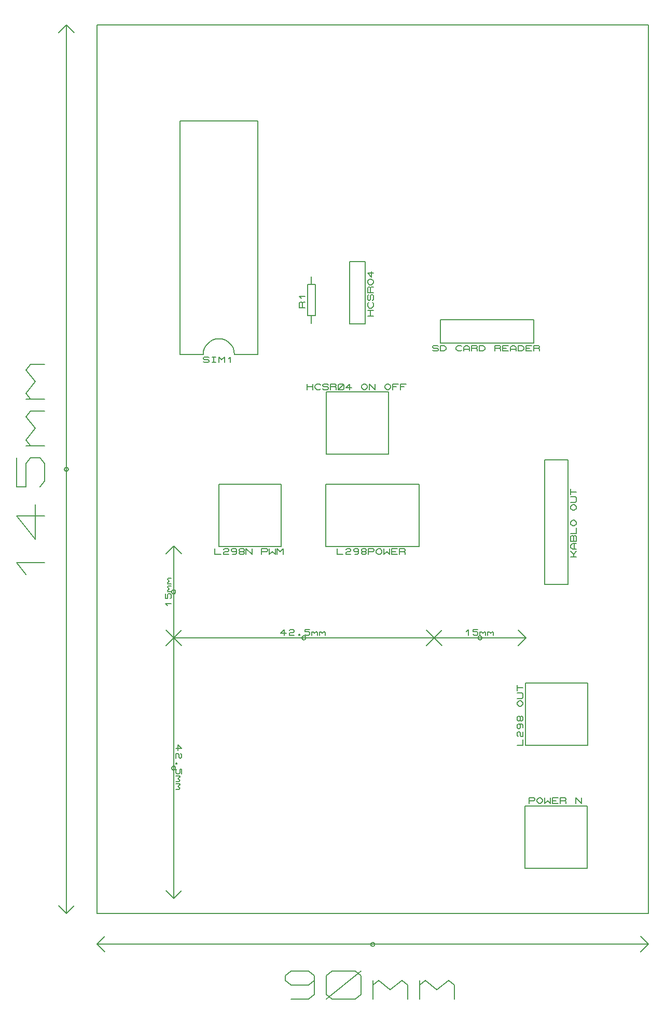
<source format=gbr>
G04 PROTEUS GERBER X2 FILE*
%TF.GenerationSoftware,Labcenter,Proteus,8.10-SP3-Build29560*%
%TF.CreationDate,2022-02-24T20:56:41+00:00*%
%TF.FileFunction,Legend,Top*%
%TF.FilePolarity,Positive*%
%TF.Part,Single*%
%TF.SameCoordinates,{e0c8fd6e-37dc-4a7a-b3f3-70e9e95a6a86}*%
%FSLAX45Y45*%
%MOMM*%
G01*
%TA.AperFunction,Profile*%
%ADD15C,0.203200*%
%TA.AperFunction,Material*%
%ADD18C,0.203200*%
%TA.AperFunction,NonMaterial*%
%ADD19C,0.203200*%
%TD.AperFunction*%
D15*
X-10500000Y-3000000D02*
X-1500000Y-3000000D01*
X-1500000Y+11500000D01*
X-10500000Y+11500000D01*
X-10500000Y-3000000D01*
D18*
X-8512000Y+6377000D02*
X-8563752Y+6371920D01*
X-8611695Y+6357315D01*
X-8654875Y+6334138D01*
X-8692340Y+6303340D01*
X-8723138Y+6265875D01*
X-8746315Y+6222695D01*
X-8760920Y+6174752D01*
X-8766000Y+6123000D01*
X-8512000Y+6377000D02*
X-8459518Y+6371920D01*
X-8411234Y+6357315D01*
X-8368009Y+6334138D01*
X-8330708Y+6303340D01*
X-8300193Y+6265875D01*
X-8277328Y+6222695D01*
X-8262976Y+6174752D01*
X-8258000Y+6123000D01*
X-8766000Y+6123000D02*
X-9147000Y+6123000D01*
X-9147000Y+9933000D02*
X-7877000Y+9933000D01*
X-7877000Y+6123000D02*
X-8258000Y+6123000D01*
X-9147000Y+6123000D02*
X-9147000Y+9933000D01*
X-7877000Y+6123000D02*
X-7877000Y+9933000D01*
X-8766000Y+6006160D02*
X-8750125Y+5990920D01*
X-8686625Y+5990920D01*
X-8670750Y+6006160D01*
X-8670750Y+6021400D01*
X-8686625Y+6036640D01*
X-8750125Y+6036640D01*
X-8766000Y+6051880D01*
X-8766000Y+6067120D01*
X-8750125Y+6082360D01*
X-8686625Y+6082360D01*
X-8670750Y+6067120D01*
X-8623125Y+6082360D02*
X-8559625Y+6082360D01*
X-8591375Y+6082360D02*
X-8591375Y+5990920D01*
X-8623125Y+5990920D02*
X-8559625Y+5990920D01*
X-8512000Y+5990920D02*
X-8512000Y+6082360D01*
X-8464375Y+6036640D01*
X-8416750Y+6082360D01*
X-8416750Y+5990920D01*
X-8353250Y+6051880D02*
X-8321500Y+6082360D01*
X-8321500Y+5990920D01*
X-4897000Y+6309500D02*
X-3373000Y+6309500D01*
X-3373000Y+6690500D01*
X-4897000Y+6690500D01*
X-4897000Y+6309500D01*
X-5024000Y+6192660D02*
X-5008125Y+6177420D01*
X-4944625Y+6177420D01*
X-4928750Y+6192660D01*
X-4928750Y+6207900D01*
X-4944625Y+6223140D01*
X-5008125Y+6223140D01*
X-5024000Y+6238380D01*
X-5024000Y+6253620D01*
X-5008125Y+6268860D01*
X-4944625Y+6268860D01*
X-4928750Y+6253620D01*
X-4897000Y+6177420D02*
X-4897000Y+6268860D01*
X-4833500Y+6268860D01*
X-4801750Y+6238380D01*
X-4801750Y+6207900D01*
X-4833500Y+6177420D01*
X-4897000Y+6177420D01*
X-4547750Y+6192660D02*
X-4563625Y+6177420D01*
X-4611250Y+6177420D01*
X-4643000Y+6207900D01*
X-4643000Y+6238380D01*
X-4611250Y+6268860D01*
X-4563625Y+6268860D01*
X-4547750Y+6253620D01*
X-4516000Y+6177420D02*
X-4516000Y+6238380D01*
X-4484250Y+6268860D01*
X-4452500Y+6268860D01*
X-4420750Y+6238380D01*
X-4420750Y+6177420D01*
X-4516000Y+6207900D02*
X-4420750Y+6207900D01*
X-4389000Y+6177420D02*
X-4389000Y+6268860D01*
X-4309625Y+6268860D01*
X-4293750Y+6253620D01*
X-4293750Y+6238380D01*
X-4309625Y+6223140D01*
X-4389000Y+6223140D01*
X-4309625Y+6223140D02*
X-4293750Y+6207900D01*
X-4293750Y+6177420D01*
X-4262000Y+6177420D02*
X-4262000Y+6268860D01*
X-4198500Y+6268860D01*
X-4166750Y+6238380D01*
X-4166750Y+6207900D01*
X-4198500Y+6177420D01*
X-4262000Y+6177420D01*
X-4008000Y+6177420D02*
X-4008000Y+6268860D01*
X-3928625Y+6268860D01*
X-3912750Y+6253620D01*
X-3912750Y+6238380D01*
X-3928625Y+6223140D01*
X-4008000Y+6223140D01*
X-3928625Y+6223140D02*
X-3912750Y+6207900D01*
X-3912750Y+6177420D01*
X-3785750Y+6177420D02*
X-3881000Y+6177420D01*
X-3881000Y+6268860D01*
X-3785750Y+6268860D01*
X-3881000Y+6223140D02*
X-3817500Y+6223140D01*
X-3754000Y+6177420D02*
X-3754000Y+6238380D01*
X-3722250Y+6268860D01*
X-3690500Y+6268860D01*
X-3658750Y+6238380D01*
X-3658750Y+6177420D01*
X-3754000Y+6207900D02*
X-3658750Y+6207900D01*
X-3627000Y+6177420D02*
X-3627000Y+6268860D01*
X-3563500Y+6268860D01*
X-3531750Y+6238380D01*
X-3531750Y+6207900D01*
X-3563500Y+6177420D01*
X-3627000Y+6177420D01*
X-3404750Y+6177420D02*
X-3500000Y+6177420D01*
X-3500000Y+6268860D01*
X-3404750Y+6268860D01*
X-3500000Y+6223140D02*
X-3436500Y+6223140D01*
X-3373000Y+6177420D02*
X-3373000Y+6268860D01*
X-3293625Y+6268860D01*
X-3277750Y+6253620D01*
X-3277750Y+6238380D01*
X-3293625Y+6223140D01*
X-3373000Y+6223140D01*
X-3293625Y+6223140D02*
X-3277750Y+6207900D01*
X-3277750Y+6177420D01*
X-3508000Y-254000D02*
X-2492000Y-254000D01*
X-3508000Y+762000D02*
X-2492000Y+762000D01*
X-2492000Y-254000D02*
X-2492000Y+762000D01*
X-3508000Y-254000D02*
X-3508000Y+762000D01*
X-3640080Y-254000D02*
X-3548640Y-254000D01*
X-3548640Y-158750D01*
X-3624840Y-111125D02*
X-3640080Y-95250D01*
X-3640080Y-47625D01*
X-3624840Y-31750D01*
X-3609600Y-31750D01*
X-3594360Y-47625D01*
X-3594360Y-95250D01*
X-3579120Y-111125D01*
X-3548640Y-111125D01*
X-3548640Y-31750D01*
X-3609600Y+95250D02*
X-3594360Y+79375D01*
X-3594360Y+31750D01*
X-3609600Y+15875D01*
X-3624840Y+15875D01*
X-3640080Y+31750D01*
X-3640080Y+79375D01*
X-3624840Y+95250D01*
X-3563880Y+95250D01*
X-3548640Y+79375D01*
X-3548640Y+31750D01*
X-3594360Y+158750D02*
X-3609600Y+142875D01*
X-3624840Y+142875D01*
X-3640080Y+158750D01*
X-3640080Y+206375D01*
X-3624840Y+222250D01*
X-3609600Y+222250D01*
X-3594360Y+206375D01*
X-3594360Y+158750D01*
X-3579120Y+142875D01*
X-3563880Y+142875D01*
X-3548640Y+158750D01*
X-3548640Y+206375D01*
X-3563880Y+222250D01*
X-3579120Y+222250D01*
X-3594360Y+206375D01*
X-3609600Y+381000D02*
X-3640080Y+412750D01*
X-3640080Y+444500D01*
X-3609600Y+476250D01*
X-3579120Y+476250D01*
X-3548640Y+444500D01*
X-3548640Y+412750D01*
X-3579120Y+381000D01*
X-3609600Y+381000D01*
X-3640080Y+508000D02*
X-3563880Y+508000D01*
X-3548640Y+523875D01*
X-3548640Y+587375D01*
X-3563880Y+603250D01*
X-3640080Y+603250D01*
X-3640080Y+635000D02*
X-3640080Y+730250D01*
X-3640080Y+682625D02*
X-3548640Y+682625D01*
X-7496000Y+2992000D02*
X-7496000Y+4008000D01*
X-8512000Y+2992000D02*
X-8512000Y+4008000D01*
X-7496000Y+4008000D02*
X-8512000Y+4008000D01*
X-7496000Y+2992000D02*
X-8512000Y+2992000D01*
X-8575500Y+2951360D02*
X-8575500Y+2859920D01*
X-8480250Y+2859920D01*
X-8432625Y+2936120D02*
X-8416750Y+2951360D01*
X-8369125Y+2951360D01*
X-8353250Y+2936120D01*
X-8353250Y+2920880D01*
X-8369125Y+2905640D01*
X-8416750Y+2905640D01*
X-8432625Y+2890400D01*
X-8432625Y+2859920D01*
X-8353250Y+2859920D01*
X-8226250Y+2920880D02*
X-8242125Y+2905640D01*
X-8289750Y+2905640D01*
X-8305625Y+2920880D01*
X-8305625Y+2936120D01*
X-8289750Y+2951360D01*
X-8242125Y+2951360D01*
X-8226250Y+2936120D01*
X-8226250Y+2875160D01*
X-8242125Y+2859920D01*
X-8289750Y+2859920D01*
X-8162750Y+2905640D02*
X-8178625Y+2920880D01*
X-8178625Y+2936120D01*
X-8162750Y+2951360D01*
X-8115125Y+2951360D01*
X-8099250Y+2936120D01*
X-8099250Y+2920880D01*
X-8115125Y+2905640D01*
X-8162750Y+2905640D01*
X-8178625Y+2890400D01*
X-8178625Y+2875160D01*
X-8162750Y+2859920D01*
X-8115125Y+2859920D01*
X-8099250Y+2875160D01*
X-8099250Y+2890400D01*
X-8115125Y+2905640D01*
X-8067500Y+2859920D02*
X-8067500Y+2951360D01*
X-7972250Y+2859920D01*
X-7972250Y+2951360D01*
X-7813500Y+2859920D02*
X-7813500Y+2951360D01*
X-7734125Y+2951360D01*
X-7718250Y+2936120D01*
X-7718250Y+2920880D01*
X-7734125Y+2905640D01*
X-7813500Y+2905640D01*
X-7686500Y+2951360D02*
X-7686500Y+2859920D01*
X-7638875Y+2905640D01*
X-7591250Y+2859920D01*
X-7591250Y+2951360D01*
X-7559500Y+2859920D02*
X-7559500Y+2951360D01*
X-7511875Y+2905640D01*
X-7464250Y+2951360D01*
X-7464250Y+2859920D01*
X-5246000Y+2992000D02*
X-5246000Y+4008000D01*
X-6770000Y+2992000D02*
X-6770000Y+4008000D01*
X-5246000Y+4008000D02*
X-6770000Y+4008000D01*
X-6770000Y+2992000D02*
X-5246000Y+2992000D01*
X-6579500Y+2951360D02*
X-6579500Y+2859920D01*
X-6484250Y+2859920D01*
X-6436625Y+2936120D02*
X-6420750Y+2951360D01*
X-6373125Y+2951360D01*
X-6357250Y+2936120D01*
X-6357250Y+2920880D01*
X-6373125Y+2905640D01*
X-6420750Y+2905640D01*
X-6436625Y+2890400D01*
X-6436625Y+2859920D01*
X-6357250Y+2859920D01*
X-6230250Y+2920880D02*
X-6246125Y+2905640D01*
X-6293750Y+2905640D01*
X-6309625Y+2920880D01*
X-6309625Y+2936120D01*
X-6293750Y+2951360D01*
X-6246125Y+2951360D01*
X-6230250Y+2936120D01*
X-6230250Y+2875160D01*
X-6246125Y+2859920D01*
X-6293750Y+2859920D01*
X-6166750Y+2905640D02*
X-6182625Y+2920880D01*
X-6182625Y+2936120D01*
X-6166750Y+2951360D01*
X-6119125Y+2951360D01*
X-6103250Y+2936120D01*
X-6103250Y+2920880D01*
X-6119125Y+2905640D01*
X-6166750Y+2905640D01*
X-6182625Y+2890400D01*
X-6182625Y+2875160D01*
X-6166750Y+2859920D01*
X-6119125Y+2859920D01*
X-6103250Y+2875160D01*
X-6103250Y+2890400D01*
X-6119125Y+2905640D01*
X-6071500Y+2859920D02*
X-6071500Y+2951360D01*
X-5992125Y+2951360D01*
X-5976250Y+2936120D01*
X-5976250Y+2920880D01*
X-5992125Y+2905640D01*
X-6071500Y+2905640D01*
X-5944500Y+2920880D02*
X-5912750Y+2951360D01*
X-5881000Y+2951360D01*
X-5849250Y+2920880D01*
X-5849250Y+2890400D01*
X-5881000Y+2859920D01*
X-5912750Y+2859920D01*
X-5944500Y+2890400D01*
X-5944500Y+2920880D01*
X-5817500Y+2951360D02*
X-5817500Y+2859920D01*
X-5769875Y+2905640D01*
X-5722250Y+2859920D01*
X-5722250Y+2951360D01*
X-5595250Y+2859920D02*
X-5690500Y+2859920D01*
X-5690500Y+2951360D01*
X-5595250Y+2951360D01*
X-5690500Y+2905640D02*
X-5627000Y+2905640D01*
X-5563500Y+2859920D02*
X-5563500Y+2951360D01*
X-5484125Y+2951360D01*
X-5468250Y+2936120D01*
X-5468250Y+2920880D01*
X-5484125Y+2905640D01*
X-5563500Y+2905640D01*
X-5484125Y+2905640D02*
X-5468250Y+2890400D01*
X-5468250Y+2859920D01*
D19*
X-9250000Y+1500000D02*
X-5000000Y+1500000D01*
X-9250000Y+1500000D02*
X-9123000Y+1373000D01*
X-9250000Y+1500000D02*
X-9123000Y+1627000D01*
X-5000000Y+1500000D02*
X-5127000Y+1627000D01*
X-5000000Y+1500000D02*
X-5127000Y+1373000D01*
X-7093250Y+1500000D02*
X-7093359Y+1502634D01*
X-7094249Y+1507903D01*
X-7096111Y+1513172D01*
X-7099154Y+1518441D01*
X-7103809Y+1523643D01*
X-7109078Y+1527469D01*
X-7114347Y+1529909D01*
X-7119616Y+1531290D01*
X-7124885Y+1531750D01*
X-7125000Y+1531750D01*
X-7156750Y+1500000D02*
X-7156641Y+1502634D01*
X-7155751Y+1507903D01*
X-7153889Y+1513172D01*
X-7150846Y+1518441D01*
X-7146191Y+1523643D01*
X-7140922Y+1527469D01*
X-7135653Y+1529909D01*
X-7130384Y+1531290D01*
X-7125115Y+1531750D01*
X-7125000Y+1531750D01*
X-7156750Y+1500000D02*
X-7156641Y+1497366D01*
X-7155751Y+1492097D01*
X-7153889Y+1486828D01*
X-7150846Y+1481559D01*
X-7146191Y+1476357D01*
X-7140922Y+1472531D01*
X-7135653Y+1470091D01*
X-7130384Y+1468710D01*
X-7125115Y+1468250D01*
X-7125000Y+1468250D01*
X-7093250Y+1500000D02*
X-7093359Y+1497366D01*
X-7094249Y+1492097D01*
X-7096111Y+1486828D01*
X-7099154Y+1481559D01*
X-7103809Y+1476357D01*
X-7109078Y+1472531D01*
X-7114347Y+1470091D01*
X-7119616Y+1468710D01*
X-7124885Y+1468250D01*
X-7125000Y+1468250D01*
X-7410750Y+1571120D02*
X-7506000Y+1571120D01*
X-7442500Y+1632080D01*
X-7442500Y+1540640D01*
X-7363125Y+1616840D02*
X-7347250Y+1632080D01*
X-7299625Y+1632080D01*
X-7283750Y+1616840D01*
X-7283750Y+1601600D01*
X-7299625Y+1586360D01*
X-7347250Y+1586360D01*
X-7363125Y+1571120D01*
X-7363125Y+1540640D01*
X-7283750Y+1540640D01*
X-7204375Y+1555880D02*
X-7188500Y+1555880D01*
X-7188500Y+1540640D01*
X-7204375Y+1540640D01*
X-7204375Y+1555880D01*
X-7029750Y+1632080D02*
X-7109125Y+1632080D01*
X-7109125Y+1601600D01*
X-7045625Y+1601600D01*
X-7029750Y+1586360D01*
X-7029750Y+1555880D01*
X-7045625Y+1540640D01*
X-7093250Y+1540640D01*
X-7109125Y+1555880D01*
X-6998000Y+1540640D02*
X-6998000Y+1601600D01*
X-6998000Y+1586360D02*
X-6982125Y+1601600D01*
X-6950375Y+1571120D01*
X-6918625Y+1601600D01*
X-6902750Y+1586360D01*
X-6902750Y+1540640D01*
X-6871000Y+1540640D02*
X-6871000Y+1601600D01*
X-6871000Y+1586360D02*
X-6855125Y+1601600D01*
X-6823375Y+1571120D01*
X-6791625Y+1601600D01*
X-6775750Y+1586360D01*
X-6775750Y+1540640D01*
X-9250000Y+1500000D02*
X-9250000Y-2750000D01*
X-9250000Y+1500000D02*
X-9377000Y+1373000D01*
X-9250000Y+1500000D02*
X-9123000Y+1373000D01*
X-9250000Y-2750000D02*
X-9123000Y-2623000D01*
X-9250000Y-2750000D02*
X-9377000Y-2623000D01*
X-9218250Y-625000D02*
X-9218359Y-622366D01*
X-9219249Y-617097D01*
X-9221111Y-611828D01*
X-9224154Y-606559D01*
X-9228809Y-601357D01*
X-9234078Y-597531D01*
X-9239347Y-595091D01*
X-9244616Y-593710D01*
X-9249885Y-593250D01*
X-9250000Y-593250D01*
X-9281750Y-625000D02*
X-9281641Y-622366D01*
X-9280751Y-617097D01*
X-9278889Y-611828D01*
X-9275846Y-606559D01*
X-9271191Y-601357D01*
X-9265922Y-597531D01*
X-9260653Y-595091D01*
X-9255384Y-593710D01*
X-9250115Y-593250D01*
X-9250000Y-593250D01*
X-9281750Y-625000D02*
X-9281641Y-627634D01*
X-9280751Y-632903D01*
X-9278889Y-638172D01*
X-9275846Y-643441D01*
X-9271191Y-648643D01*
X-9265922Y-652469D01*
X-9260653Y-654909D01*
X-9255384Y-656290D01*
X-9250115Y-656750D01*
X-9250000Y-656750D01*
X-9218250Y-625000D02*
X-9218359Y-627634D01*
X-9219249Y-632903D01*
X-9221111Y-638172D01*
X-9224154Y-643441D01*
X-9228809Y-648643D01*
X-9234078Y-652469D01*
X-9239347Y-654909D01*
X-9244616Y-656290D01*
X-9249885Y-656750D01*
X-9250000Y-656750D01*
X-9178880Y-339250D02*
X-9178880Y-244000D01*
X-9117920Y-307500D01*
X-9209360Y-307500D01*
X-9133160Y-386875D02*
X-9117920Y-402750D01*
X-9117920Y-450375D01*
X-9133160Y-466250D01*
X-9148400Y-466250D01*
X-9163640Y-450375D01*
X-9163640Y-402750D01*
X-9178880Y-386875D01*
X-9209360Y-386875D01*
X-9209360Y-466250D01*
X-9194120Y-545625D02*
X-9194120Y-561500D01*
X-9209360Y-561500D01*
X-9209360Y-545625D01*
X-9194120Y-545625D01*
X-9117920Y-720250D02*
X-9117920Y-640875D01*
X-9148400Y-640875D01*
X-9148400Y-704375D01*
X-9163640Y-720250D01*
X-9194120Y-720250D01*
X-9209360Y-704375D01*
X-9209360Y-656750D01*
X-9194120Y-640875D01*
X-9209360Y-752000D02*
X-9148400Y-752000D01*
X-9163640Y-752000D02*
X-9148400Y-767875D01*
X-9178880Y-799625D01*
X-9148400Y-831375D01*
X-9163640Y-847250D01*
X-9209360Y-847250D01*
X-9209360Y-879000D02*
X-9148400Y-879000D01*
X-9163640Y-879000D02*
X-9148400Y-894875D01*
X-9178880Y-926625D01*
X-9148400Y-958375D01*
X-9163640Y-974250D01*
X-9209360Y-974250D01*
X-9250000Y+1500000D02*
X-9250000Y+3000000D01*
X-9250000Y+1500000D02*
X-9123000Y+1627000D01*
X-9250000Y+1500000D02*
X-9377000Y+1627000D01*
X-9250000Y+3000000D02*
X-9377000Y+2873000D01*
X-9250000Y+3000000D02*
X-9123000Y+2873000D01*
X-9218250Y+2250000D02*
X-9218359Y+2252634D01*
X-9219249Y+2257903D01*
X-9221111Y+2263172D01*
X-9224154Y+2268441D01*
X-9228809Y+2273643D01*
X-9234078Y+2277469D01*
X-9239347Y+2279909D01*
X-9244616Y+2281290D01*
X-9249885Y+2281750D01*
X-9250000Y+2281750D01*
X-9281750Y+2250000D02*
X-9281641Y+2252634D01*
X-9280751Y+2257903D01*
X-9278889Y+2263172D01*
X-9275846Y+2268441D01*
X-9271191Y+2273643D01*
X-9265922Y+2277469D01*
X-9260653Y+2279909D01*
X-9255384Y+2281290D01*
X-9250115Y+2281750D01*
X-9250000Y+2281750D01*
X-9281750Y+2250000D02*
X-9281641Y+2247366D01*
X-9280751Y+2242097D01*
X-9278889Y+2236828D01*
X-9275846Y+2231559D01*
X-9271191Y+2226357D01*
X-9265922Y+2222531D01*
X-9260653Y+2220091D01*
X-9255384Y+2218710D01*
X-9250115Y+2218250D01*
X-9250000Y+2218250D01*
X-9218250Y+2250000D02*
X-9218359Y+2247366D01*
X-9219249Y+2242097D01*
X-9221111Y+2236828D01*
X-9224154Y+2231559D01*
X-9228809Y+2226357D01*
X-9234078Y+2222531D01*
X-9239347Y+2220091D01*
X-9244616Y+2218710D01*
X-9249885Y+2218250D01*
X-9250000Y+2218250D01*
X-9351600Y+2027750D02*
X-9382080Y+2059500D01*
X-9290640Y+2059500D01*
X-9382080Y+2218250D02*
X-9382080Y+2138875D01*
X-9351600Y+2138875D01*
X-9351600Y+2202375D01*
X-9336360Y+2218250D01*
X-9305880Y+2218250D01*
X-9290640Y+2202375D01*
X-9290640Y+2154750D01*
X-9305880Y+2138875D01*
X-9290640Y+2250000D02*
X-9351600Y+2250000D01*
X-9336360Y+2250000D02*
X-9351600Y+2265875D01*
X-9321120Y+2297625D01*
X-9351600Y+2329375D01*
X-9336360Y+2345250D01*
X-9290640Y+2345250D01*
X-9290640Y+2377000D02*
X-9351600Y+2377000D01*
X-9336360Y+2377000D02*
X-9351600Y+2392875D01*
X-9321120Y+2424625D01*
X-9351600Y+2456375D01*
X-9336360Y+2472250D01*
X-9290640Y+2472250D01*
X-5000000Y+1500000D02*
X-3500000Y+1500000D01*
X-5000000Y+1500000D02*
X-4873000Y+1373000D01*
X-5000000Y+1500000D02*
X-4873000Y+1627000D01*
X-3500000Y+1500000D02*
X-3627000Y+1627000D01*
X-3500000Y+1500000D02*
X-3627000Y+1373000D01*
X-4218250Y+1500000D02*
X-4218359Y+1502634D01*
X-4219249Y+1507903D01*
X-4221111Y+1513172D01*
X-4224154Y+1518441D01*
X-4228809Y+1523643D01*
X-4234078Y+1527469D01*
X-4239347Y+1529909D01*
X-4244616Y+1531290D01*
X-4249885Y+1531750D01*
X-4250000Y+1531750D01*
X-4281750Y+1500000D02*
X-4281641Y+1502634D01*
X-4280751Y+1507903D01*
X-4278889Y+1513172D01*
X-4275846Y+1518441D01*
X-4271191Y+1523643D01*
X-4265922Y+1527469D01*
X-4260653Y+1529909D01*
X-4255384Y+1531290D01*
X-4250115Y+1531750D01*
X-4250000Y+1531750D01*
X-4281750Y+1500000D02*
X-4281641Y+1497366D01*
X-4280751Y+1492097D01*
X-4278889Y+1486828D01*
X-4275846Y+1481559D01*
X-4271191Y+1476357D01*
X-4265922Y+1472531D01*
X-4260653Y+1470091D01*
X-4255384Y+1468710D01*
X-4250115Y+1468250D01*
X-4250000Y+1468250D01*
X-4218250Y+1500000D02*
X-4218359Y+1497366D01*
X-4219249Y+1492097D01*
X-4221111Y+1486828D01*
X-4224154Y+1481559D01*
X-4228809Y+1476357D01*
X-4234078Y+1472531D01*
X-4239347Y+1470091D01*
X-4244616Y+1468710D01*
X-4249885Y+1468250D01*
X-4250000Y+1468250D01*
X-4472250Y+1601600D02*
X-4440500Y+1632080D01*
X-4440500Y+1540640D01*
X-4281750Y+1632080D02*
X-4361125Y+1632080D01*
X-4361125Y+1601600D01*
X-4297625Y+1601600D01*
X-4281750Y+1586360D01*
X-4281750Y+1555880D01*
X-4297625Y+1540640D01*
X-4345250Y+1540640D01*
X-4361125Y+1555880D01*
X-4250000Y+1540640D02*
X-4250000Y+1601600D01*
X-4250000Y+1586360D02*
X-4234125Y+1601600D01*
X-4202375Y+1571120D01*
X-4170625Y+1601600D01*
X-4154750Y+1586360D01*
X-4154750Y+1540640D01*
X-4123000Y+1540640D02*
X-4123000Y+1601600D01*
X-4123000Y+1586360D02*
X-4107125Y+1601600D01*
X-4075375Y+1571120D01*
X-4043625Y+1601600D01*
X-4027750Y+1586360D01*
X-4027750Y+1540640D01*
D18*
X-3512000Y-1242000D02*
X-3512000Y-2258000D01*
X-2496000Y-1242000D02*
X-2496000Y-2258000D01*
X-3512000Y-2258000D02*
X-2496000Y-2258000D01*
X-3512000Y-1242000D02*
X-2496000Y-1242000D01*
X-3448500Y-1201360D02*
X-3448500Y-1109920D01*
X-3369125Y-1109920D01*
X-3353250Y-1125160D01*
X-3353250Y-1140400D01*
X-3369125Y-1155640D01*
X-3448500Y-1155640D01*
X-3321500Y-1140400D02*
X-3289750Y-1109920D01*
X-3258000Y-1109920D01*
X-3226250Y-1140400D01*
X-3226250Y-1170880D01*
X-3258000Y-1201360D01*
X-3289750Y-1201360D01*
X-3321500Y-1170880D01*
X-3321500Y-1140400D01*
X-3194500Y-1109920D02*
X-3194500Y-1201360D01*
X-3146875Y-1155640D01*
X-3099250Y-1201360D01*
X-3099250Y-1109920D01*
X-2972250Y-1201360D02*
X-3067500Y-1201360D01*
X-3067500Y-1109920D01*
X-2972250Y-1109920D01*
X-3067500Y-1155640D02*
X-3004000Y-1155640D01*
X-2940500Y-1201360D02*
X-2940500Y-1109920D01*
X-2861125Y-1109920D01*
X-2845250Y-1125160D01*
X-2845250Y-1140400D01*
X-2861125Y-1155640D01*
X-2940500Y-1155640D01*
X-2861125Y-1155640D02*
X-2845250Y-1170880D01*
X-2845250Y-1201360D01*
X-2686500Y-1201360D02*
X-2686500Y-1109920D01*
X-2591250Y-1201360D01*
X-2591250Y-1109920D01*
X-7000000Y+6627000D02*
X-7000000Y+6754000D01*
X-7063500Y+6754000D02*
X-6936500Y+6754000D01*
X-6936500Y+7262000D01*
X-7063500Y+7262000D01*
X-7063500Y+6754000D01*
X-7000000Y+7262000D02*
X-7000000Y+7389000D01*
X-7104140Y+6881000D02*
X-7195580Y+6881000D01*
X-7195580Y+6960375D01*
X-7180340Y+6976250D01*
X-7165100Y+6976250D01*
X-7149860Y+6960375D01*
X-7149860Y+6881000D01*
X-7149860Y+6960375D02*
X-7134620Y+6976250D01*
X-7104140Y+6976250D01*
X-7165100Y+7039750D02*
X-7195580Y+7071500D01*
X-7104140Y+7071500D01*
X-6377000Y+6623000D02*
X-6123000Y+6623000D01*
X-6123000Y+7639000D01*
X-6377000Y+7639000D01*
X-6377000Y+6623000D01*
X-5990920Y+6750000D02*
X-6082360Y+6750000D01*
X-6082360Y+6845250D02*
X-5990920Y+6845250D01*
X-6036640Y+6750000D02*
X-6036640Y+6845250D01*
X-6006160Y+6972250D02*
X-5990920Y+6956375D01*
X-5990920Y+6908750D01*
X-6021400Y+6877000D01*
X-6051880Y+6877000D01*
X-6082360Y+6908750D01*
X-6082360Y+6956375D01*
X-6067120Y+6972250D01*
X-6006160Y+7004000D02*
X-5990920Y+7019875D01*
X-5990920Y+7083375D01*
X-6006160Y+7099250D01*
X-6021400Y+7099250D01*
X-6036640Y+7083375D01*
X-6036640Y+7019875D01*
X-6051880Y+7004000D01*
X-6067120Y+7004000D01*
X-6082360Y+7019875D01*
X-6082360Y+7083375D01*
X-6067120Y+7099250D01*
X-5990920Y+7131000D02*
X-6082360Y+7131000D01*
X-6082360Y+7210375D01*
X-6067120Y+7226250D01*
X-6051880Y+7226250D01*
X-6036640Y+7210375D01*
X-6036640Y+7131000D01*
X-6036640Y+7210375D02*
X-6021400Y+7226250D01*
X-5990920Y+7226250D01*
X-6051880Y+7258000D02*
X-6082360Y+7289750D01*
X-6082360Y+7321500D01*
X-6051880Y+7353250D01*
X-6021400Y+7353250D01*
X-5990920Y+7321500D01*
X-5990920Y+7289750D01*
X-6021400Y+7258000D01*
X-6051880Y+7258000D01*
X-6021400Y+7480250D02*
X-6021400Y+7385000D01*
X-6082360Y+7448500D01*
X-5990920Y+7448500D01*
X-3190500Y+2373000D02*
X-2809500Y+2373000D01*
X-2809500Y+4405000D01*
X-3190500Y+4405000D01*
X-3190500Y+2373000D01*
X-2768860Y+2817500D02*
X-2677420Y+2817500D01*
X-2768860Y+2912750D02*
X-2723140Y+2865125D01*
X-2677420Y+2912750D01*
X-2723140Y+2817500D02*
X-2723140Y+2865125D01*
X-2677420Y+2944500D02*
X-2738380Y+2944500D01*
X-2768860Y+2976250D01*
X-2768860Y+3008000D01*
X-2738380Y+3039750D01*
X-2677420Y+3039750D01*
X-2707900Y+2944500D02*
X-2707900Y+3039750D01*
X-2677420Y+3071500D02*
X-2768860Y+3071500D01*
X-2768860Y+3150875D01*
X-2753620Y+3166750D01*
X-2738380Y+3166750D01*
X-2723140Y+3150875D01*
X-2707900Y+3166750D01*
X-2692660Y+3166750D01*
X-2677420Y+3150875D01*
X-2677420Y+3071500D01*
X-2723140Y+3071500D02*
X-2723140Y+3150875D01*
X-2768860Y+3198500D02*
X-2677420Y+3198500D01*
X-2677420Y+3293750D01*
X-2738380Y+3325500D02*
X-2768860Y+3357250D01*
X-2768860Y+3389000D01*
X-2738380Y+3420750D01*
X-2707900Y+3420750D01*
X-2677420Y+3389000D01*
X-2677420Y+3357250D01*
X-2707900Y+3325500D01*
X-2738380Y+3325500D01*
X-2738380Y+3579500D02*
X-2768860Y+3611250D01*
X-2768860Y+3643000D01*
X-2738380Y+3674750D01*
X-2707900Y+3674750D01*
X-2677420Y+3643000D01*
X-2677420Y+3611250D01*
X-2707900Y+3579500D01*
X-2738380Y+3579500D01*
X-2768860Y+3706500D02*
X-2692660Y+3706500D01*
X-2677420Y+3722375D01*
X-2677420Y+3785875D01*
X-2692660Y+3801750D01*
X-2768860Y+3801750D01*
X-2768860Y+3833500D02*
X-2768860Y+3928750D01*
X-2768860Y+3881125D02*
X-2677420Y+3881125D01*
X-6754000Y+5508000D02*
X-6754000Y+4492000D01*
X-5738000Y+5508000D02*
X-5738000Y+4492000D01*
X-6754000Y+4492000D02*
X-5738000Y+4492000D01*
X-6754000Y+5508000D02*
X-5738000Y+5508000D01*
X-7071500Y+5548640D02*
X-7071500Y+5640080D01*
X-6976250Y+5640080D02*
X-6976250Y+5548640D01*
X-7071500Y+5594360D02*
X-6976250Y+5594360D01*
X-6849250Y+5563880D02*
X-6865125Y+5548640D01*
X-6912750Y+5548640D01*
X-6944500Y+5579120D01*
X-6944500Y+5609600D01*
X-6912750Y+5640080D01*
X-6865125Y+5640080D01*
X-6849250Y+5624840D01*
X-6817500Y+5563880D02*
X-6801625Y+5548640D01*
X-6738125Y+5548640D01*
X-6722250Y+5563880D01*
X-6722250Y+5579120D01*
X-6738125Y+5594360D01*
X-6801625Y+5594360D01*
X-6817500Y+5609600D01*
X-6817500Y+5624840D01*
X-6801625Y+5640080D01*
X-6738125Y+5640080D01*
X-6722250Y+5624840D01*
X-6690500Y+5548640D02*
X-6690500Y+5640080D01*
X-6611125Y+5640080D01*
X-6595250Y+5624840D01*
X-6595250Y+5609600D01*
X-6611125Y+5594360D01*
X-6690500Y+5594360D01*
X-6611125Y+5594360D02*
X-6595250Y+5579120D01*
X-6595250Y+5548640D01*
X-6563500Y+5563880D02*
X-6563500Y+5624840D01*
X-6547625Y+5640080D01*
X-6484125Y+5640080D01*
X-6468250Y+5624840D01*
X-6468250Y+5563880D01*
X-6484125Y+5548640D01*
X-6547625Y+5548640D01*
X-6563500Y+5563880D01*
X-6563500Y+5548640D02*
X-6468250Y+5640080D01*
X-6341250Y+5579120D02*
X-6436500Y+5579120D01*
X-6373000Y+5640080D01*
X-6373000Y+5548640D01*
X-6182500Y+5609600D02*
X-6150750Y+5640080D01*
X-6119000Y+5640080D01*
X-6087250Y+5609600D01*
X-6087250Y+5579120D01*
X-6119000Y+5548640D01*
X-6150750Y+5548640D01*
X-6182500Y+5579120D01*
X-6182500Y+5609600D01*
X-6055500Y+5548640D02*
X-6055500Y+5640080D01*
X-5960250Y+5548640D01*
X-5960250Y+5640080D01*
X-5801500Y+5609600D02*
X-5769750Y+5640080D01*
X-5738000Y+5640080D01*
X-5706250Y+5609600D01*
X-5706250Y+5579120D01*
X-5738000Y+5548640D01*
X-5769750Y+5548640D01*
X-5801500Y+5579120D01*
X-5801500Y+5609600D01*
X-5674500Y+5548640D02*
X-5674500Y+5640080D01*
X-5579250Y+5640080D01*
X-5674500Y+5594360D02*
X-5611000Y+5594360D01*
X-5547500Y+5548640D02*
X-5547500Y+5640080D01*
X-5452250Y+5640080D01*
X-5547500Y+5594360D02*
X-5484000Y+5594360D01*
D19*
X-11000000Y-3000000D02*
X-11000000Y+11500000D01*
X-11000000Y-3000000D02*
X-10873000Y-2873000D01*
X-11000000Y-3000000D02*
X-11127000Y-2873000D01*
X-11000000Y+11500000D02*
X-11127000Y+11373000D01*
X-11000000Y+11500000D02*
X-10873000Y+11373000D01*
X-10968250Y+4250000D02*
X-10968359Y+4252634D01*
X-10969249Y+4257903D01*
X-10971111Y+4263172D01*
X-10974154Y+4268441D01*
X-10978809Y+4273643D01*
X-10984078Y+4277469D01*
X-10989347Y+4279909D01*
X-10994616Y+4281290D01*
X-10999885Y+4281750D01*
X-11000000Y+4281750D01*
X-11031750Y+4250000D02*
X-11031641Y+4252634D01*
X-11030751Y+4257903D01*
X-11028889Y+4263172D01*
X-11025846Y+4268441D01*
X-11021191Y+4273643D01*
X-11015922Y+4277469D01*
X-11010653Y+4279909D01*
X-11005384Y+4281290D01*
X-11000115Y+4281750D01*
X-11000000Y+4281750D01*
X-11031750Y+4250000D02*
X-11031641Y+4247366D01*
X-11030751Y+4242097D01*
X-11028889Y+4236828D01*
X-11025846Y+4231559D01*
X-11021191Y+4226357D01*
X-11015922Y+4222531D01*
X-11010653Y+4220091D01*
X-11005384Y+4218710D01*
X-11000115Y+4218250D01*
X-11000000Y+4218250D01*
X-10968250Y+4250000D02*
X-10968359Y+4247366D01*
X-10969249Y+4242097D01*
X-10971111Y+4236828D01*
X-10974154Y+4231559D01*
X-10978809Y+4226357D01*
X-10984078Y+4222531D01*
X-10989347Y+4220091D01*
X-10994616Y+4218710D01*
X-10999885Y+4218250D01*
X-11000000Y+4218250D01*
X-11662560Y+2535500D02*
X-11814960Y+2726000D01*
X-11357760Y+2726000D01*
X-11510160Y+3678500D02*
X-11510160Y+3107000D01*
X-11814960Y+3488000D01*
X-11357760Y+3488000D01*
X-11814960Y+4440500D02*
X-11814960Y+3964250D01*
X-11662560Y+3964250D01*
X-11662560Y+4345250D01*
X-11586360Y+4440500D01*
X-11433960Y+4440500D01*
X-11357760Y+4345250D01*
X-11357760Y+4059500D01*
X-11433960Y+3964250D01*
X-11357760Y+4631000D02*
X-11662560Y+4631000D01*
X-11586360Y+4631000D02*
X-11662560Y+4726250D01*
X-11510160Y+4916750D01*
X-11662560Y+5107250D01*
X-11586360Y+5202500D01*
X-11357760Y+5202500D01*
X-11357760Y+5393000D02*
X-11662560Y+5393000D01*
X-11586360Y+5393000D02*
X-11662560Y+5488250D01*
X-11510160Y+5678750D01*
X-11662560Y+5869250D01*
X-11586360Y+5964500D01*
X-11357760Y+5964500D01*
X-10500000Y-3500000D02*
X-1500000Y-3500000D01*
X-10500000Y-3500000D02*
X-10373000Y-3627000D01*
X-10500000Y-3500000D02*
X-10373000Y-3373000D01*
X-1500000Y-3500000D02*
X-1627000Y-3373000D01*
X-1500000Y-3500000D02*
X-1627000Y-3627000D01*
X-5968250Y-3500000D02*
X-5968359Y-3497366D01*
X-5969249Y-3492097D01*
X-5971111Y-3486828D01*
X-5974154Y-3481559D01*
X-5978809Y-3476357D01*
X-5984078Y-3472531D01*
X-5989347Y-3470091D01*
X-5994616Y-3468710D01*
X-5999885Y-3468250D01*
X-6000000Y-3468250D01*
X-6031750Y-3500000D02*
X-6031641Y-3497366D01*
X-6030751Y-3492097D01*
X-6028889Y-3486828D01*
X-6025846Y-3481559D01*
X-6021191Y-3476357D01*
X-6015922Y-3472531D01*
X-6010653Y-3470091D01*
X-6005384Y-3468710D01*
X-6000115Y-3468250D01*
X-6000000Y-3468250D01*
X-6031750Y-3500000D02*
X-6031641Y-3502634D01*
X-6030751Y-3507903D01*
X-6028889Y-3513172D01*
X-6025846Y-3518441D01*
X-6021191Y-3523643D01*
X-6015922Y-3527469D01*
X-6010653Y-3529909D01*
X-6005384Y-3531290D01*
X-6000115Y-3531750D01*
X-6000000Y-3531750D01*
X-5968250Y-3500000D02*
X-5968359Y-3502634D01*
X-5969249Y-3507903D01*
X-5971111Y-3513172D01*
X-5974154Y-3518441D01*
X-5978809Y-3523643D01*
X-5984078Y-3527469D01*
X-5989347Y-3529909D01*
X-5994616Y-3531290D01*
X-5999885Y-3531750D01*
X-6000000Y-3531750D01*
X-6952500Y-4087440D02*
X-7047750Y-4163640D01*
X-7333500Y-4163640D01*
X-7428750Y-4087440D01*
X-7428750Y-4011240D01*
X-7333500Y-3935040D01*
X-7047750Y-3935040D01*
X-6952500Y-4011240D01*
X-6952500Y-4316040D01*
X-7047750Y-4392240D01*
X-7333500Y-4392240D01*
X-6762000Y-4316040D02*
X-6762000Y-4011240D01*
X-6666750Y-3935040D01*
X-6285750Y-3935040D01*
X-6190500Y-4011240D01*
X-6190500Y-4316040D01*
X-6285750Y-4392240D01*
X-6666750Y-4392240D01*
X-6762000Y-4316040D01*
X-6762000Y-4392240D02*
X-6190500Y-3935040D01*
X-6000000Y-4392240D02*
X-6000000Y-4087440D01*
X-6000000Y-4163640D02*
X-5904750Y-4087440D01*
X-5714250Y-4239840D01*
X-5523750Y-4087440D01*
X-5428500Y-4163640D01*
X-5428500Y-4392240D01*
X-5238000Y-4392240D02*
X-5238000Y-4087440D01*
X-5238000Y-4163640D02*
X-5142750Y-4087440D01*
X-4952250Y-4239840D01*
X-4761750Y-4087440D01*
X-4666500Y-4163640D01*
X-4666500Y-4392240D01*
M02*

</source>
